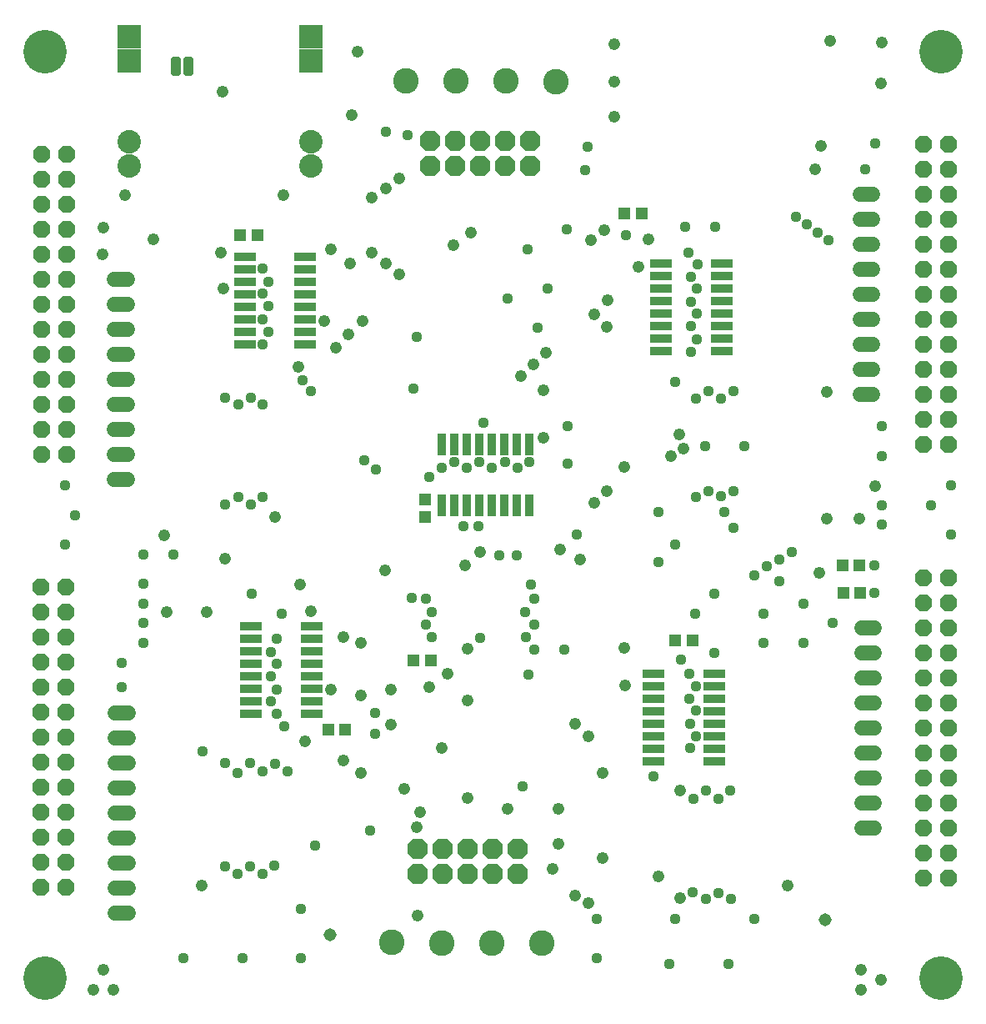
<source format=gbs>
G75*
%MOIN*%
%OFA0B0*%
%FSLAX24Y24*%
%IPPOS*%
%LPD*%
%AMOC8*
5,1,8,0,0,1.08239X$1,22.5*
%
%ADD10C,0.0600*%
%ADD11R,0.0880X0.0340*%
%ADD12R,0.0340X0.0880*%
%ADD13OC8,0.0680*%
%ADD14R,0.0474X0.0513*%
%ADD15OC8,0.0820*%
%ADD16C,0.1025*%
%ADD17R,0.0493X0.0505*%
%ADD18R,0.0505X0.0493*%
%ADD19C,0.0940*%
%ADD20R,0.0940X0.0940*%
%ADD21C,0.0232*%
%ADD22C,0.0437*%
%ADD23C,0.0476*%
%ADD24C,0.0516*%
%ADD25C,0.1740*%
D10*
X009040Y054421D02*
X009560Y054421D01*
X009560Y055421D02*
X009040Y055421D01*
X009040Y056421D02*
X009560Y056421D01*
X009560Y057421D02*
X009040Y057421D01*
X009040Y058421D02*
X009560Y058421D01*
X009560Y059421D02*
X009040Y059421D01*
X009040Y060421D02*
X009560Y060421D01*
X009560Y061421D02*
X009040Y061421D01*
X009040Y062421D02*
X009560Y062421D01*
X009524Y071744D02*
X009004Y071744D01*
X009004Y072744D02*
X009524Y072744D01*
X009524Y073744D02*
X009004Y073744D01*
X009004Y074744D02*
X009524Y074744D01*
X009524Y075744D02*
X009004Y075744D01*
X009004Y076744D02*
X009524Y076744D01*
X009524Y077744D02*
X009004Y077744D01*
X009004Y078744D02*
X009524Y078744D01*
X009524Y079744D02*
X009004Y079744D01*
X038831Y080137D02*
X039351Y080137D01*
X039351Y079137D02*
X038831Y079137D01*
X038831Y078137D02*
X039351Y078137D01*
X039351Y077137D02*
X038831Y077137D01*
X038831Y076137D02*
X039351Y076137D01*
X039351Y075137D02*
X038831Y075137D01*
X038831Y081137D02*
X039351Y081137D01*
X039351Y082137D02*
X038831Y082137D01*
X038831Y083137D02*
X039351Y083137D01*
X039410Y065815D02*
X038890Y065815D01*
X038890Y064815D02*
X039410Y064815D01*
X039410Y063815D02*
X038890Y063815D01*
X038890Y062815D02*
X039410Y062815D01*
X039410Y061815D02*
X038890Y061815D01*
X038890Y060815D02*
X039410Y060815D01*
X039410Y059815D02*
X038890Y059815D01*
X038890Y058815D02*
X039410Y058815D01*
X039410Y057815D02*
X038890Y057815D01*
D11*
X033002Y060490D03*
X033002Y060990D03*
X033002Y061490D03*
X033002Y061990D03*
X033002Y062490D03*
X033002Y062990D03*
X033002Y063490D03*
X033002Y063990D03*
X030582Y063990D03*
X030582Y063490D03*
X030582Y062990D03*
X030582Y062490D03*
X030582Y061990D03*
X030582Y061490D03*
X030582Y060990D03*
X030582Y060490D03*
X030885Y076868D03*
X030885Y077368D03*
X030885Y077868D03*
X030885Y078368D03*
X030885Y078868D03*
X030885Y079368D03*
X030885Y079868D03*
X030885Y080368D03*
X033305Y080368D03*
X033305Y079868D03*
X033305Y079368D03*
X033305Y078868D03*
X033305Y078368D03*
X033305Y077868D03*
X033305Y077368D03*
X033305Y076868D03*
X016648Y077151D03*
X016648Y077651D03*
X016648Y078151D03*
X016648Y078651D03*
X016648Y079151D03*
X016648Y079651D03*
X016648Y080151D03*
X016648Y080651D03*
X014228Y080651D03*
X014228Y080151D03*
X014228Y079651D03*
X014228Y079151D03*
X014228Y078651D03*
X014228Y078151D03*
X014228Y077651D03*
X014228Y077151D03*
X014472Y065876D03*
X014472Y065376D03*
X014472Y064876D03*
X014472Y064376D03*
X014472Y063876D03*
X014472Y063376D03*
X014472Y062876D03*
X014472Y062376D03*
X016892Y062376D03*
X016892Y062876D03*
X016892Y063376D03*
X016892Y063876D03*
X016892Y064376D03*
X016892Y064876D03*
X016892Y065376D03*
X016892Y065876D03*
D12*
X022113Y070723D03*
X022613Y070723D03*
X023113Y070723D03*
X023613Y070723D03*
X024113Y070723D03*
X024613Y070723D03*
X025113Y070723D03*
X025613Y070723D03*
X025613Y073143D03*
X025113Y073143D03*
X024613Y073143D03*
X024113Y073143D03*
X023613Y073143D03*
X023113Y073143D03*
X022613Y073143D03*
X022113Y073143D03*
D13*
X007099Y072748D03*
X007099Y073748D03*
X007099Y074748D03*
X007099Y075748D03*
X007099Y076748D03*
X007099Y077748D03*
X007099Y078748D03*
X007099Y079748D03*
X007099Y080748D03*
X007099Y081748D03*
X007099Y082748D03*
X007099Y083748D03*
X007099Y084748D03*
X006099Y084748D03*
X006099Y083748D03*
X006099Y082748D03*
X006099Y081748D03*
X006099Y080748D03*
X006099Y079748D03*
X006099Y078748D03*
X006099Y077748D03*
X006099Y076748D03*
X006099Y075748D03*
X006099Y074748D03*
X006099Y073748D03*
X006099Y072748D03*
X006079Y067425D03*
X006079Y066425D03*
X006079Y065425D03*
X006079Y064425D03*
X006079Y063425D03*
X006079Y062425D03*
X006079Y061425D03*
X006079Y060425D03*
X006079Y059425D03*
X006079Y058425D03*
X006079Y057425D03*
X006079Y056425D03*
X006079Y055425D03*
X007079Y055425D03*
X007079Y056425D03*
X007079Y057425D03*
X007079Y058425D03*
X007079Y059425D03*
X007079Y060425D03*
X007079Y061425D03*
X007079Y062425D03*
X007079Y063425D03*
X007079Y064425D03*
X007079Y065425D03*
X007079Y066425D03*
X007079Y067425D03*
X041363Y067807D03*
X041363Y066807D03*
X041363Y065807D03*
X041363Y064807D03*
X041363Y063807D03*
X041363Y062807D03*
X041363Y061807D03*
X041363Y060807D03*
X041363Y059807D03*
X041363Y058807D03*
X042363Y058807D03*
X042363Y059807D03*
X042363Y060807D03*
X042363Y061807D03*
X042363Y062807D03*
X042363Y063807D03*
X042363Y064807D03*
X042363Y065807D03*
X042363Y066807D03*
X042363Y067807D03*
X042371Y073141D03*
X042371Y074141D03*
X042371Y075141D03*
X042371Y076141D03*
X041371Y076141D03*
X041371Y075141D03*
X041371Y074141D03*
X041371Y073141D03*
X041371Y077141D03*
X041371Y078141D03*
X041371Y079141D03*
X041371Y080141D03*
X041371Y081141D03*
X041371Y082141D03*
X041371Y083141D03*
X041371Y084141D03*
X041371Y085141D03*
X042371Y085141D03*
X042371Y084141D03*
X042371Y083141D03*
X042371Y082141D03*
X042371Y081141D03*
X042371Y080141D03*
X042371Y079141D03*
X042371Y078141D03*
X042371Y077141D03*
X042363Y057807D03*
X042363Y056807D03*
X042363Y055807D03*
X041363Y055807D03*
X041363Y056807D03*
X041363Y057807D03*
D14*
X038827Y067212D03*
X038158Y067212D03*
X038142Y068315D03*
X038812Y068315D03*
D15*
X025650Y084271D03*
X025650Y085271D03*
X024650Y085271D03*
X024650Y084271D03*
X023650Y084271D03*
X023650Y085271D03*
X022650Y085271D03*
X022650Y084271D03*
X021650Y084271D03*
X021650Y085271D03*
X022138Y056964D03*
X021138Y056964D03*
X021138Y055964D03*
X022138Y055964D03*
X023138Y055964D03*
X023138Y056964D03*
X024138Y056964D03*
X024138Y055964D03*
X025138Y055964D03*
X025138Y056964D03*
D16*
X026119Y053216D03*
X024119Y053216D03*
X022111Y053216D03*
X020115Y053228D03*
X020658Y087665D03*
X022658Y087665D03*
X024666Y087665D03*
X026662Y087653D03*
D17*
X029408Y082370D03*
X030097Y082370D03*
X031455Y065323D03*
X032144Y065323D03*
X021672Y064496D03*
X020983Y064496D03*
X018247Y061740D03*
X017558Y061740D03*
X014743Y081504D03*
X014054Y081504D03*
D18*
X021445Y070943D03*
X021445Y070254D03*
D19*
X016879Y084260D03*
X016879Y085244D03*
X009595Y085244D03*
X009595Y084260D03*
D20*
X009595Y088472D03*
X009595Y089456D03*
X016879Y089456D03*
X016879Y088472D03*
D21*
X011887Y088529D02*
X011887Y088021D01*
X011887Y088529D02*
X012055Y088529D01*
X012055Y088021D01*
X011887Y088021D01*
X011887Y088252D02*
X012055Y088252D01*
X012055Y088483D02*
X011887Y088483D01*
X011387Y088529D02*
X011387Y088021D01*
X011387Y088529D02*
X011555Y088529D01*
X011555Y088021D01*
X011387Y088021D01*
X011387Y088252D02*
X011555Y088252D01*
X011555Y088483D02*
X011387Y088483D01*
D22*
X014938Y080161D03*
X015186Y079653D03*
X014949Y079181D03*
X015186Y078669D03*
X014949Y078157D03*
X015186Y077645D03*
X014949Y077134D03*
X014461Y075011D03*
X014949Y074732D03*
X013965Y074732D03*
X013453Y075008D03*
X013965Y071031D03*
X014461Y070756D03*
X014949Y071031D03*
X013453Y070756D03*
X011367Y068748D03*
X010186Y068748D03*
X010186Y067567D03*
X010186Y066779D03*
X010186Y065992D03*
X010186Y065204D03*
X009320Y064417D03*
X009320Y063433D03*
X007036Y069141D03*
X007430Y070323D03*
X007036Y071504D03*
X012548Y060874D03*
X013436Y060399D03*
X013936Y060017D03*
X014436Y060399D03*
X014936Y060073D03*
X015438Y060370D03*
X015934Y060086D03*
X015816Y061858D03*
X015501Y062370D03*
X015264Y062882D03*
X015501Y063354D03*
X015264Y063866D03*
X015501Y064378D03*
X015264Y064850D03*
X015501Y065362D03*
X015697Y066385D03*
X014516Y067173D03*
X016879Y075283D03*
X016524Y075716D03*
X019008Y072500D03*
X019477Y072134D03*
X020973Y075362D03*
X021091Y077448D03*
X023768Y074023D03*
X023603Y072429D03*
X024115Y072193D03*
X024627Y072429D03*
X025138Y072193D03*
X025611Y072429D03*
X027154Y072370D03*
X027154Y073866D03*
X025934Y077803D03*
X026327Y079378D03*
X025540Y080952D03*
X024753Y078984D03*
X027115Y081740D03*
X027839Y084114D03*
X027942Y085047D03*
X029489Y081511D03*
X031851Y081826D03*
X031957Y080795D03*
X032347Y080346D03*
X032071Y079834D03*
X032308Y079362D03*
X032071Y078850D03*
X032308Y078378D03*
X032071Y077866D03*
X032308Y077354D03*
X032064Y076830D03*
X032764Y075279D03*
X032272Y074968D03*
X033280Y074976D03*
X033768Y075283D03*
X034201Y073078D03*
X033768Y071267D03*
X033272Y071071D03*
X032770Y071281D03*
X032272Y071031D03*
X031445Y069141D03*
X030776Y068437D03*
X030776Y070441D03*
X032627Y073078D03*
X033414Y070448D03*
X033768Y069811D03*
X035107Y068275D03*
X035619Y068551D03*
X036091Y068826D03*
X035619Y067685D03*
X034989Y066385D03*
X034989Y065204D03*
X034595Y067921D03*
X033020Y067173D03*
X032233Y066385D03*
X033020Y064811D03*
X032005Y063988D03*
X032280Y063476D03*
X032005Y062964D03*
X032280Y062492D03*
X032044Y061980D03*
X032280Y061468D03*
X032044Y060996D03*
X032666Y059299D03*
X032178Y058988D03*
X033158Y058984D03*
X033650Y059299D03*
X033162Y055224D03*
X033660Y054978D03*
X032660Y054974D03*
X032154Y055244D03*
X031445Y054181D03*
X031221Y052370D03*
X033583Y052370D03*
X034595Y054181D03*
X030579Y059889D03*
X031682Y064535D03*
X027508Y069535D03*
X025686Y067531D03*
X025796Y066960D03*
X025451Y066454D03*
X025816Y065952D03*
X025457Y065448D03*
X025816Y064929D03*
X025568Y063948D03*
X026997Y064929D03*
X025095Y068712D03*
X024402Y068712D03*
X023571Y069889D03*
X022981Y069889D03*
X023091Y072193D03*
X022619Y072429D03*
X022107Y072193D03*
X021595Y071838D03*
X020894Y067015D03*
X021485Y066976D03*
X021692Y066454D03*
X021487Y065954D03*
X021695Y065454D03*
X023650Y065401D03*
X025331Y059480D03*
X028296Y054181D03*
X028296Y052606D03*
X036564Y065204D03*
X036564Y066779D03*
X037745Y065992D03*
X039398Y067212D03*
X039398Y068315D03*
X039713Y069929D03*
X039713Y070716D03*
X039713Y072685D03*
X039713Y073866D03*
X041682Y070716D03*
X042469Y071504D03*
X042469Y069535D03*
X037587Y081307D03*
X037154Y081622D03*
X036721Y081937D03*
X036288Y082252D03*
X039044Y084141D03*
X039438Y085165D03*
X033032Y081826D03*
X031434Y075649D03*
X020737Y085519D03*
X019871Y085637D03*
X019438Y062409D03*
X019438Y061582D03*
X019241Y057724D03*
X017036Y057094D03*
X016485Y054574D03*
X016485Y052606D03*
X014936Y055978D03*
X014438Y056267D03*
X013936Y055982D03*
X013436Y056277D03*
X015422Y056307D03*
X014123Y052606D03*
X011760Y052606D03*
D23*
X008178Y051346D03*
X008571Y052134D03*
X008965Y051346D03*
X012508Y055519D03*
X016642Y061267D03*
X018178Y060519D03*
X018886Y060008D03*
X020068Y061937D03*
X020068Y063354D03*
X018886Y063118D03*
X017666Y063354D03*
X018178Y065441D03*
X018886Y065204D03*
X019831Y068118D03*
X022351Y063984D03*
X021603Y063433D03*
X023138Y062921D03*
X023138Y064968D03*
X023052Y068307D03*
X023650Y068826D03*
X026170Y073393D03*
X026170Y075323D03*
X025776Y076346D03*
X025264Y075874D03*
X026288Y076819D03*
X028217Y078354D03*
X028690Y077842D03*
X028729Y078905D03*
X029989Y080244D03*
X030383Y081346D03*
X028611Y081700D03*
X028060Y081307D03*
X029005Y086228D03*
X029005Y087645D03*
X029005Y089141D03*
X023257Y081622D03*
X022587Y081110D03*
X020422Y079929D03*
X019871Y080362D03*
X019320Y080795D03*
X018453Y080362D03*
X017666Y080952D03*
X017390Y078078D03*
X018375Y077527D03*
X017863Y077015D03*
X018926Y078078D03*
X019320Y083000D03*
X019871Y083385D03*
X020422Y083787D03*
X018493Y086307D03*
X018729Y088826D03*
X015776Y083118D03*
X013257Y080795D03*
X013375Y079378D03*
X010579Y081346D03*
X009438Y083118D03*
X008571Y081819D03*
X008532Y080756D03*
X013335Y087252D03*
X016367Y076228D03*
X015449Y070232D03*
X016445Y067527D03*
X016879Y066464D03*
X013453Y068590D03*
X012705Y066425D03*
X011091Y066425D03*
X011020Y069511D03*
X020619Y059378D03*
X021091Y057842D03*
X021249Y058433D03*
X022115Y060992D03*
X023138Y059023D03*
X024753Y058590D03*
X026524Y056173D03*
X026760Y057173D03*
X026760Y058590D03*
X028532Y060008D03*
X027981Y061464D03*
X027444Y061990D03*
X029438Y063511D03*
X029398Y065008D03*
X027627Y068551D03*
X026839Y068945D03*
X028217Y070795D03*
X028690Y071267D03*
X029398Y072252D03*
X031288Y072685D03*
X031760Y072960D03*
X031603Y073551D03*
X037036Y084141D03*
X037272Y085086D03*
X039674Y087567D03*
X039713Y089220D03*
X037627Y089260D03*
X037508Y075244D03*
X039438Y071464D03*
X038808Y070165D03*
X037508Y070165D03*
X037194Y068000D03*
X031642Y059299D03*
X030776Y055874D03*
X031642Y055008D03*
X028532Y056622D03*
X027444Y055100D03*
X027981Y054811D03*
X021131Y054299D03*
X035934Y055519D03*
X038886Y052134D03*
X038886Y051346D03*
X039674Y051740D03*
D24*
X037430Y054141D03*
X017627Y053551D03*
D25*
X006249Y051819D03*
X006249Y088826D03*
X042075Y088826D03*
X042075Y051819D03*
M02*

</source>
